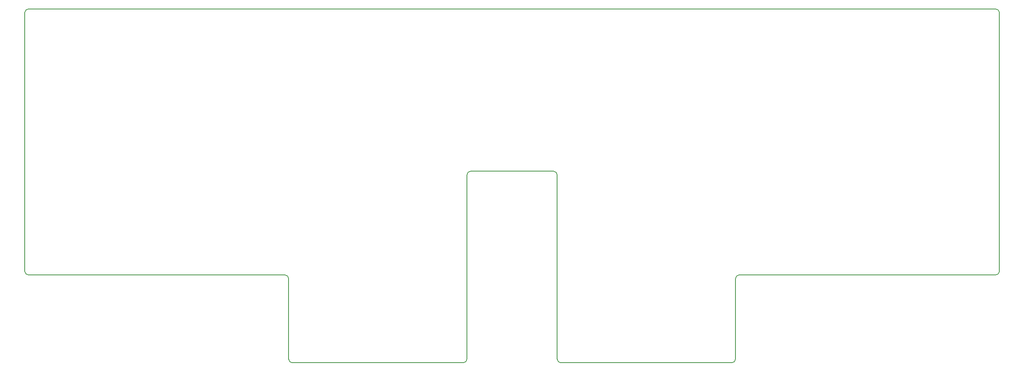
<source format=gbr>
%TF.GenerationSoftware,KiCad,Pcbnew,9.0.1*%
%TF.CreationDate,2025-05-05T07:00:39+08:00*%
%TF.ProjectId,board,626f6172-642e-46b6-9963-61645f706362,v1.0.0*%
%TF.SameCoordinates,Original*%
%TF.FileFunction,Profile,NP*%
%FSLAX46Y46*%
G04 Gerber Fmt 4.6, Leading zero omitted, Abs format (unit mm)*
G04 Created by KiCad (PCBNEW 9.0.1) date 2025-05-05 07:00:39*
%MOMM*%
%LPD*%
G01*
G04 APERTURE LIST*
%TA.AperFunction,Profile*%
%ADD10C,0.150000*%
%TD*%
G04 APERTURE END LIST*
D10*
X91050000Y-108250000D02*
X299950000Y-108250000D01*
X242950000Y-184750000D02*
X206050000Y-184750000D01*
X299950000Y-165750000D02*
X244550000Y-165750000D01*
X243750000Y-166550000D02*
X243750000Y-183950000D01*
X300750000Y-164950000D02*
G75*
G02*
X299950000Y-165750000I-800000J0D01*
G01*
X205250000Y-144125000D02*
X205250000Y-183950000D01*
X243750000Y-183950000D02*
G75*
G02*
X242950000Y-184750000I-800000J0D01*
G01*
X185750000Y-183950000D02*
X185750000Y-144125000D01*
X146450000Y-165750000D02*
G75*
G02*
X147250000Y-166550000I0J-800000D01*
G01*
X185750000Y-144125000D02*
G75*
G02*
X186550000Y-143325000I800000J0D01*
G01*
X300750000Y-109050000D02*
X300750000Y-164950000D01*
X147250000Y-183950000D02*
X147250000Y-166550000D01*
X299950000Y-108250000D02*
G75*
G02*
X300750000Y-109050000I0J-800000D01*
G01*
X90250000Y-164950000D02*
X90250000Y-109050000D01*
X90250000Y-109050000D02*
G75*
G02*
X91050000Y-108250000I800000J0D01*
G01*
X148050000Y-184750000D02*
G75*
G02*
X147250000Y-183950000I0J800000D01*
G01*
X91050000Y-165750000D02*
G75*
G02*
X90250000Y-164950000I0J800000D01*
G01*
X206050000Y-184750000D02*
G75*
G02*
X205250000Y-183950000I0J800000D01*
G01*
X146450000Y-165750000D02*
X91050000Y-165750000D01*
X186550000Y-143325000D02*
X204450000Y-143325000D01*
X243750000Y-166550000D02*
G75*
G02*
X244550000Y-165750000I800000J0D01*
G01*
X204450000Y-143325000D02*
G75*
G02*
X205250000Y-144125000I0J-800000D01*
G01*
X184950000Y-184750000D02*
X148050000Y-184750000D01*
X185750000Y-183950000D02*
G75*
G02*
X184950000Y-184750000I-800000J0D01*
G01*
M02*

</source>
